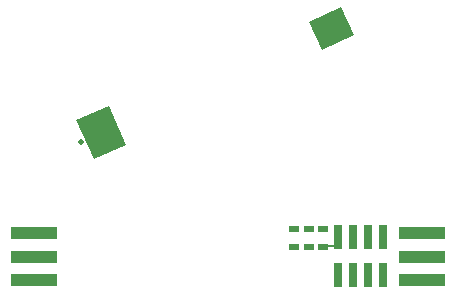
<source format=gbs>
G04 #@! TF.FileFunction,Soldermask,Bot*
%FSLAX46Y46*%
G04 Gerber Fmt 4.6, Leading zero omitted, Abs format (unit mm)*
G04 Created by KiCad (PCBNEW 4.0.0-rc2-stable) date 3/3/2016 3:43:09 PM*
%MOMM*%
G01*
G04 APERTURE LIST*
%ADD10C,0.150000*%
%ADD11R,4.000000X1.000000*%
%ADD12C,0.600000*%
%ADD13C,0.500000*%
%ADD14R,0.760000X2.000000*%
%ADD15R,0.740000X2.000000*%
%ADD16R,0.900000X0.600000*%
%ADD17R,0.900000X0.200000*%
G04 APERTURE END LIST*
D10*
D11*
X81795990Y-50192207D03*
X81795990Y-48192207D03*
X81795990Y-46192207D03*
D12*
X80795990Y-50192207D03*
X80795990Y-48192207D03*
X80795990Y-46192207D03*
D11*
X49020844Y-46192207D03*
X49020844Y-48192207D03*
X49020844Y-50192207D03*
D12*
X50020844Y-46192207D03*
X50020844Y-48192207D03*
X50020844Y-50192207D03*
D10*
G36*
X76078253Y-29451298D02*
X73342980Y-30683485D01*
X72275085Y-28312916D01*
X75010358Y-27080729D01*
X76078253Y-29451298D01*
X76078253Y-29451298D01*
G37*
G36*
X56772006Y-38696775D02*
X54036734Y-39928962D01*
X52558110Y-36646635D01*
X55293382Y-35414448D01*
X56772006Y-38696775D01*
X56772006Y-38696775D01*
G37*
D13*
X52932719Y-38452089D03*
D14*
X74684950Y-49755987D03*
X75954950Y-49755987D03*
X77224950Y-49755987D03*
X78494950Y-49755987D03*
X74684950Y-46555987D03*
X75954950Y-46555987D03*
X77224950Y-46555987D03*
D15*
X78494950Y-46555987D03*
D16*
X73489950Y-45855987D03*
X73489950Y-47355987D03*
X72239950Y-47355987D03*
X72239950Y-45855987D03*
X70989950Y-45855987D03*
X70989950Y-47355987D03*
D17*
X74139950Y-47305987D03*
M02*

</source>
